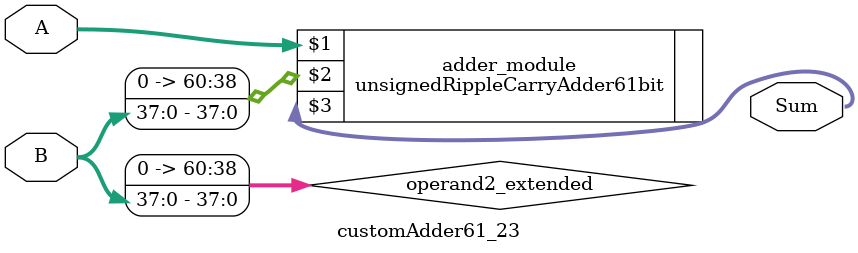
<source format=v>
module customAdder61_23(
                        input [60 : 0] A,
                        input [37 : 0] B,
                        
                        output [61 : 0] Sum
                );

        wire [60 : 0] operand2_extended;
        
        assign operand2_extended =  {23'b0, B};
        
        unsignedRippleCarryAdder61bit adder_module(
            A,
            operand2_extended,
            Sum
        );
        
        endmodule
        
</source>
